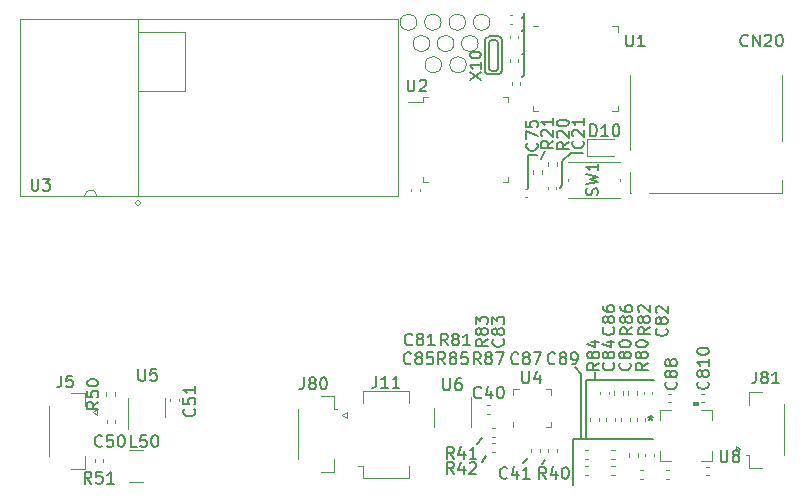
<source format=gbr>
%TF.GenerationSoftware,KiCad,Pcbnew,(6.0.0)*%
%TF.CreationDate,2022-04-23T22:24:28+01:00*%
%TF.ProjectId,main,6d61696e-2e6b-4696-9361-645f70636258,rev?*%
%TF.SameCoordinates,Original*%
%TF.FileFunction,Legend,Top*%
%TF.FilePolarity,Positive*%
%FSLAX46Y46*%
G04 Gerber Fmt 4.6, Leading zero omitted, Abs format (unit mm)*
G04 Created by KiCad (PCBNEW (6.0.0)) date 2022-04-23 22:24:28*
%MOMM*%
%LPD*%
G01*
G04 APERTURE LIST*
%ADD10C,0.150000*%
%ADD11C,0.120000*%
%ADD12C,0.100000*%
%ADD13C,0.127000*%
G04 APERTURE END LIST*
D10*
X112900000Y-116100000D02*
X112900000Y-111100000D01*
X107600000Y-118100000D02*
X108000000Y-117700000D01*
X108000000Y-92000000D02*
X108000000Y-94800000D01*
X112900000Y-111100000D02*
X118700000Y-111100000D01*
X111800000Y-116100000D02*
X112700000Y-116100000D01*
X107700000Y-80300000D02*
X107500000Y-80400000D01*
X112700000Y-116100000D02*
X118600000Y-116100000D01*
X111800000Y-117200000D02*
X111800000Y-116100000D01*
X109500000Y-91700000D02*
X109100000Y-92400000D01*
X111700000Y-91850000D02*
X112700000Y-91850000D01*
X113700000Y-110400000D02*
X113700000Y-111100000D01*
X108000000Y-92000000D02*
X108800000Y-92000000D01*
X111800000Y-120000000D02*
X111800000Y-117200000D01*
X104100000Y-118000000D02*
X104500000Y-117500000D01*
X109200000Y-118200000D02*
X109500000Y-117900000D01*
X112500000Y-116100000D02*
X112500000Y-110600000D01*
X110900000Y-94600000D02*
X110700000Y-94800000D01*
X103700000Y-116500000D02*
X104100000Y-116000000D01*
X112500000Y-110600000D02*
X112000000Y-110000000D01*
X107700000Y-83400000D02*
X107500000Y-83500000D01*
X110900000Y-94600000D02*
X110900000Y-92550000D01*
X107700000Y-81400000D02*
X107500000Y-81500000D01*
X107700000Y-85300000D02*
X107500000Y-85400000D01*
X107700000Y-80000000D02*
X107700000Y-85300000D01*
X110900000Y-92550000D02*
X111700000Y-91850000D01*
%TO.C,R20*%
X111452380Y-90942857D02*
X110976190Y-91276190D01*
X111452380Y-91514285D02*
X110452380Y-91514285D01*
X110452380Y-91133333D01*
X110500000Y-91038095D01*
X110547619Y-90990476D01*
X110642857Y-90942857D01*
X110785714Y-90942857D01*
X110880952Y-90990476D01*
X110928571Y-91038095D01*
X110976190Y-91133333D01*
X110976190Y-91514285D01*
X110547619Y-90561904D02*
X110500000Y-90514285D01*
X110452380Y-90419047D01*
X110452380Y-90180952D01*
X110500000Y-90085714D01*
X110547619Y-90038095D01*
X110642857Y-89990476D01*
X110738095Y-89990476D01*
X110880952Y-90038095D01*
X111452380Y-90609523D01*
X111452380Y-89990476D01*
X110452380Y-89371428D02*
X110452380Y-89276190D01*
X110500000Y-89180952D01*
X110547619Y-89133333D01*
X110642857Y-89085714D01*
X110833333Y-89038095D01*
X111071428Y-89038095D01*
X111261904Y-89085714D01*
X111357142Y-89133333D01*
X111404761Y-89180952D01*
X111452380Y-89276190D01*
X111452380Y-89371428D01*
X111404761Y-89466666D01*
X111357142Y-89514285D01*
X111261904Y-89561904D01*
X111071428Y-89609523D01*
X110833333Y-89609523D01*
X110642857Y-89561904D01*
X110547619Y-89514285D01*
X110500000Y-89466666D01*
X110452380Y-89371428D01*
%TO.C,R51*%
X71057142Y-119852380D02*
X70723809Y-119376190D01*
X70485714Y-119852380D02*
X70485714Y-118852380D01*
X70866666Y-118852380D01*
X70961904Y-118900000D01*
X71009523Y-118947619D01*
X71057142Y-119042857D01*
X71057142Y-119185714D01*
X71009523Y-119280952D01*
X70961904Y-119328571D01*
X70866666Y-119376190D01*
X70485714Y-119376190D01*
X71961904Y-118852380D02*
X71485714Y-118852380D01*
X71438095Y-119328571D01*
X71485714Y-119280952D01*
X71580952Y-119233333D01*
X71819047Y-119233333D01*
X71914285Y-119280952D01*
X71961904Y-119328571D01*
X72009523Y-119423809D01*
X72009523Y-119661904D01*
X71961904Y-119757142D01*
X71914285Y-119804761D01*
X71819047Y-119852380D01*
X71580952Y-119852380D01*
X71485714Y-119804761D01*
X71438095Y-119757142D01*
X72961904Y-119852380D02*
X72390476Y-119852380D01*
X72676190Y-119852380D02*
X72676190Y-118852380D01*
X72580952Y-118995238D01*
X72485714Y-119090476D01*
X72390476Y-119138095D01*
%TO.C,C86*%
X115246730Y-106642857D02*
X115294349Y-106690476D01*
X115341968Y-106833333D01*
X115341968Y-106928571D01*
X115294349Y-107071428D01*
X115199111Y-107166666D01*
X115103873Y-107214285D01*
X114913397Y-107261904D01*
X114770540Y-107261904D01*
X114580064Y-107214285D01*
X114484826Y-107166666D01*
X114389588Y-107071428D01*
X114341968Y-106928571D01*
X114341968Y-106833333D01*
X114389588Y-106690476D01*
X114437207Y-106642857D01*
X114770540Y-106071428D02*
X114722921Y-106166666D01*
X114675302Y-106214285D01*
X114580064Y-106261904D01*
X114532445Y-106261904D01*
X114437207Y-106214285D01*
X114389588Y-106166666D01*
X114341968Y-106071428D01*
X114341968Y-105880952D01*
X114389588Y-105785714D01*
X114437207Y-105738095D01*
X114532445Y-105690476D01*
X114580064Y-105690476D01*
X114675302Y-105738095D01*
X114722921Y-105785714D01*
X114770540Y-105880952D01*
X114770540Y-106071428D01*
X114818159Y-106166666D01*
X114865778Y-106214285D01*
X114961016Y-106261904D01*
X115151492Y-106261904D01*
X115246730Y-106214285D01*
X115294349Y-106166666D01*
X115341968Y-106071428D01*
X115341968Y-105880952D01*
X115294349Y-105785714D01*
X115246730Y-105738095D01*
X115151492Y-105690476D01*
X114961016Y-105690476D01*
X114865778Y-105738095D01*
X114818159Y-105785714D01*
X114770540Y-105880952D01*
X114341968Y-104833333D02*
X114341968Y-105023809D01*
X114389588Y-105119047D01*
X114437207Y-105166666D01*
X114580064Y-105261904D01*
X114770540Y-105309523D01*
X115151492Y-105309523D01*
X115246730Y-105261904D01*
X115294349Y-105214285D01*
X115341968Y-105119047D01*
X115341968Y-104928571D01*
X115294349Y-104833333D01*
X115246730Y-104785714D01*
X115151492Y-104738095D01*
X114913397Y-104738095D01*
X114818159Y-104785714D01*
X114770540Y-104833333D01*
X114722921Y-104928571D01*
X114722921Y-105119047D01*
X114770540Y-105214285D01*
X114818159Y-105261904D01*
X114913397Y-105309523D01*
%TO.C,C80*%
X116646730Y-109642857D02*
X116694349Y-109690476D01*
X116741968Y-109833333D01*
X116741968Y-109928571D01*
X116694349Y-110071428D01*
X116599111Y-110166666D01*
X116503873Y-110214285D01*
X116313397Y-110261904D01*
X116170540Y-110261904D01*
X115980064Y-110214285D01*
X115884826Y-110166666D01*
X115789588Y-110071428D01*
X115741968Y-109928571D01*
X115741968Y-109833333D01*
X115789588Y-109690476D01*
X115837207Y-109642857D01*
X116170540Y-109071428D02*
X116122921Y-109166666D01*
X116075302Y-109214285D01*
X115980064Y-109261904D01*
X115932445Y-109261904D01*
X115837207Y-109214285D01*
X115789588Y-109166666D01*
X115741968Y-109071428D01*
X115741968Y-108880952D01*
X115789588Y-108785714D01*
X115837207Y-108738095D01*
X115932445Y-108690476D01*
X115980064Y-108690476D01*
X116075302Y-108738095D01*
X116122921Y-108785714D01*
X116170540Y-108880952D01*
X116170540Y-109071428D01*
X116218159Y-109166666D01*
X116265778Y-109214285D01*
X116361016Y-109261904D01*
X116551492Y-109261904D01*
X116646730Y-109214285D01*
X116694349Y-109166666D01*
X116741968Y-109071428D01*
X116741968Y-108880952D01*
X116694349Y-108785714D01*
X116646730Y-108738095D01*
X116551492Y-108690476D01*
X116361016Y-108690476D01*
X116265778Y-108738095D01*
X116218159Y-108785714D01*
X116170540Y-108880952D01*
X115741968Y-108071428D02*
X115741968Y-107976190D01*
X115789588Y-107880952D01*
X115837207Y-107833333D01*
X115932445Y-107785714D01*
X116122921Y-107738095D01*
X116361016Y-107738095D01*
X116551492Y-107785714D01*
X116646730Y-107833333D01*
X116694349Y-107880952D01*
X116741968Y-107976190D01*
X116741968Y-108071428D01*
X116694349Y-108166666D01*
X116646730Y-108214285D01*
X116551492Y-108261904D01*
X116361016Y-108309523D01*
X116122921Y-108309523D01*
X115932445Y-108261904D01*
X115837207Y-108214285D01*
X115789588Y-108166666D01*
X115741968Y-108071428D01*
%TO.C,J5*%
X68496666Y-110712380D02*
X68496666Y-111426666D01*
X68449047Y-111569523D01*
X68353809Y-111664761D01*
X68210952Y-111712380D01*
X68115714Y-111712380D01*
X69449047Y-110712380D02*
X68972857Y-110712380D01*
X68925238Y-111188571D01*
X68972857Y-111140952D01*
X69068095Y-111093333D01*
X69306190Y-111093333D01*
X69401428Y-111140952D01*
X69449047Y-111188571D01*
X69496666Y-111283809D01*
X69496666Y-111521904D01*
X69449047Y-111617142D01*
X69401428Y-111664761D01*
X69306190Y-111712380D01*
X69068095Y-111712380D01*
X68972857Y-111664761D01*
X68925238Y-111617142D01*
%TO.C,C75*%
X108757142Y-91042857D02*
X108804761Y-91090476D01*
X108852380Y-91233333D01*
X108852380Y-91328571D01*
X108804761Y-91471428D01*
X108709523Y-91566666D01*
X108614285Y-91614285D01*
X108423809Y-91661904D01*
X108280952Y-91661904D01*
X108090476Y-91614285D01*
X107995238Y-91566666D01*
X107900000Y-91471428D01*
X107852380Y-91328571D01*
X107852380Y-91233333D01*
X107900000Y-91090476D01*
X107947619Y-91042857D01*
X107852380Y-90709523D02*
X107852380Y-90042857D01*
X108852380Y-90471428D01*
X107852380Y-89185714D02*
X107852380Y-89661904D01*
X108328571Y-89709523D01*
X108280952Y-89661904D01*
X108233333Y-89566666D01*
X108233333Y-89328571D01*
X108280952Y-89233333D01*
X108328571Y-89185714D01*
X108423809Y-89138095D01*
X108661904Y-89138095D01*
X108757142Y-89185714D01*
X108804761Y-89233333D01*
X108852380Y-89328571D01*
X108852380Y-89566666D01*
X108804761Y-89661904D01*
X108757142Y-89709523D01*
%TO.C,J11*%
X95190476Y-110752380D02*
X95190476Y-111466666D01*
X95142857Y-111609523D01*
X95047619Y-111704761D01*
X94904761Y-111752380D01*
X94809523Y-111752380D01*
X96190476Y-111752380D02*
X95619047Y-111752380D01*
X95904761Y-111752380D02*
X95904761Y-110752380D01*
X95809523Y-110895238D01*
X95714285Y-110990476D01*
X95619047Y-111038095D01*
X97142857Y-111752380D02*
X96571428Y-111752380D01*
X96857142Y-111752380D02*
X96857142Y-110752380D01*
X96761904Y-110895238D01*
X96666666Y-110990476D01*
X96571428Y-111038095D01*
%TO.C,R80*%
X118141968Y-109642857D02*
X117665778Y-109976190D01*
X118141968Y-110214285D02*
X117141968Y-110214285D01*
X117141968Y-109833333D01*
X117189588Y-109738095D01*
X117237207Y-109690476D01*
X117332445Y-109642857D01*
X117475302Y-109642857D01*
X117570540Y-109690476D01*
X117618159Y-109738095D01*
X117665778Y-109833333D01*
X117665778Y-110214285D01*
X117570540Y-109071428D02*
X117522921Y-109166666D01*
X117475302Y-109214285D01*
X117380064Y-109261904D01*
X117332445Y-109261904D01*
X117237207Y-109214285D01*
X117189588Y-109166666D01*
X117141968Y-109071428D01*
X117141968Y-108880952D01*
X117189588Y-108785714D01*
X117237207Y-108738095D01*
X117332445Y-108690476D01*
X117380064Y-108690476D01*
X117475302Y-108738095D01*
X117522921Y-108785714D01*
X117570540Y-108880952D01*
X117570540Y-109071428D01*
X117618159Y-109166666D01*
X117665778Y-109214285D01*
X117761016Y-109261904D01*
X117951492Y-109261904D01*
X118046730Y-109214285D01*
X118094349Y-109166666D01*
X118141968Y-109071428D01*
X118141968Y-108880952D01*
X118094349Y-108785714D01*
X118046730Y-108738095D01*
X117951492Y-108690476D01*
X117761016Y-108690476D01*
X117665778Y-108738095D01*
X117618159Y-108785714D01*
X117570540Y-108880952D01*
X117141968Y-108071428D02*
X117141968Y-107976190D01*
X117189588Y-107880952D01*
X117237207Y-107833333D01*
X117332445Y-107785714D01*
X117522921Y-107738095D01*
X117761016Y-107738095D01*
X117951492Y-107785714D01*
X118046730Y-107833333D01*
X118094349Y-107880952D01*
X118141968Y-107976190D01*
X118141968Y-108071428D01*
X118094349Y-108166666D01*
X118046730Y-108214285D01*
X117951492Y-108261904D01*
X117761016Y-108309523D01*
X117522921Y-108309523D01*
X117332445Y-108261904D01*
X117237207Y-108214285D01*
X117189588Y-108166666D01*
X117141968Y-108071428D01*
%TO.C,R42*%
X101757142Y-119052380D02*
X101423809Y-118576190D01*
X101185714Y-119052380D02*
X101185714Y-118052380D01*
X101566666Y-118052380D01*
X101661904Y-118100000D01*
X101709523Y-118147619D01*
X101757142Y-118242857D01*
X101757142Y-118385714D01*
X101709523Y-118480952D01*
X101661904Y-118528571D01*
X101566666Y-118576190D01*
X101185714Y-118576190D01*
X102614285Y-118385714D02*
X102614285Y-119052380D01*
X102376190Y-118004761D02*
X102138095Y-118719047D01*
X102757142Y-118719047D01*
X103090476Y-118147619D02*
X103138095Y-118100000D01*
X103233333Y-118052380D01*
X103471428Y-118052380D01*
X103566666Y-118100000D01*
X103614285Y-118147619D01*
X103661904Y-118242857D01*
X103661904Y-118338095D01*
X103614285Y-118480952D01*
X103042857Y-119052380D01*
X103661904Y-119052380D01*
%TO.C,U3*%
X65988095Y-94052380D02*
X65988095Y-94861904D01*
X66035714Y-94957142D01*
X66083333Y-95004761D01*
X66178571Y-95052380D01*
X66369047Y-95052380D01*
X66464285Y-95004761D01*
X66511904Y-94957142D01*
X66559523Y-94861904D01*
X66559523Y-94052380D01*
X66940476Y-94052380D02*
X67559523Y-94052380D01*
X67226190Y-94433333D01*
X67369047Y-94433333D01*
X67464285Y-94480952D01*
X67511904Y-94528571D01*
X67559523Y-94623809D01*
X67559523Y-94861904D01*
X67511904Y-94957142D01*
X67464285Y-95004761D01*
X67369047Y-95052380D01*
X67083333Y-95052380D01*
X66988095Y-95004761D01*
X66940476Y-94957142D01*
%TO.C,CN20*%
X126633333Y-82757142D02*
X126585714Y-82804761D01*
X126442857Y-82852380D01*
X126347619Y-82852380D01*
X126204761Y-82804761D01*
X126109523Y-82709523D01*
X126061904Y-82614285D01*
X126014285Y-82423809D01*
X126014285Y-82280952D01*
X126061904Y-82090476D01*
X126109523Y-81995238D01*
X126204761Y-81900000D01*
X126347619Y-81852380D01*
X126442857Y-81852380D01*
X126585714Y-81900000D01*
X126633333Y-81947619D01*
X127061904Y-82852380D02*
X127061904Y-81852380D01*
X127633333Y-82852380D01*
X127633333Y-81852380D01*
X128061904Y-81947619D02*
X128109523Y-81900000D01*
X128204761Y-81852380D01*
X128442857Y-81852380D01*
X128538095Y-81900000D01*
X128585714Y-81947619D01*
X128633333Y-82042857D01*
X128633333Y-82138095D01*
X128585714Y-82280952D01*
X128014285Y-82852380D01*
X128633333Y-82852380D01*
X129252380Y-81852380D02*
X129347619Y-81852380D01*
X129442857Y-81900000D01*
X129490476Y-81947619D01*
X129538095Y-82042857D01*
X129585714Y-82233333D01*
X129585714Y-82471428D01*
X129538095Y-82661904D01*
X129490476Y-82757142D01*
X129442857Y-82804761D01*
X129347619Y-82852380D01*
X129252380Y-82852380D01*
X129157142Y-82804761D01*
X129109523Y-82757142D01*
X129061904Y-82661904D01*
X129014285Y-82471428D01*
X129014285Y-82233333D01*
X129061904Y-82042857D01*
X129109523Y-81947619D01*
X129157142Y-81900000D01*
X129252380Y-81852380D01*
%TO.C,R41*%
X101757142Y-117752380D02*
X101423809Y-117276190D01*
X101185714Y-117752380D02*
X101185714Y-116752380D01*
X101566666Y-116752380D01*
X101661904Y-116800000D01*
X101709523Y-116847619D01*
X101757142Y-116942857D01*
X101757142Y-117085714D01*
X101709523Y-117180952D01*
X101661904Y-117228571D01*
X101566666Y-117276190D01*
X101185714Y-117276190D01*
X102614285Y-117085714D02*
X102614285Y-117752380D01*
X102376190Y-116704761D02*
X102138095Y-117419047D01*
X102757142Y-117419047D01*
X103661904Y-117752380D02*
X103090476Y-117752380D01*
X103376190Y-117752380D02*
X103376190Y-116752380D01*
X103280952Y-116895238D01*
X103185714Y-116990476D01*
X103090476Y-117038095D01*
%TO.C,L50*%
X74907142Y-116752380D02*
X74430952Y-116752380D01*
X74430952Y-115752380D01*
X75716666Y-115752380D02*
X75240476Y-115752380D01*
X75192857Y-116228571D01*
X75240476Y-116180952D01*
X75335714Y-116133333D01*
X75573809Y-116133333D01*
X75669047Y-116180952D01*
X75716666Y-116228571D01*
X75764285Y-116323809D01*
X75764285Y-116561904D01*
X75716666Y-116657142D01*
X75669047Y-116704761D01*
X75573809Y-116752380D01*
X75335714Y-116752380D01*
X75240476Y-116704761D01*
X75192857Y-116657142D01*
X76383333Y-115752380D02*
X76478571Y-115752380D01*
X76573809Y-115800000D01*
X76621428Y-115847619D01*
X76669047Y-115942857D01*
X76716666Y-116133333D01*
X76716666Y-116371428D01*
X76669047Y-116561904D01*
X76621428Y-116657142D01*
X76573809Y-116704761D01*
X76478571Y-116752380D01*
X76383333Y-116752380D01*
X76288095Y-116704761D01*
X76240476Y-116657142D01*
X76192857Y-116561904D01*
X76145238Y-116371428D01*
X76145238Y-116133333D01*
X76192857Y-115942857D01*
X76240476Y-115847619D01*
X76288095Y-115800000D01*
X76383333Y-115752380D01*
%TO.C,C85*%
X98112963Y-109657142D02*
X98065344Y-109704761D01*
X97922487Y-109752380D01*
X97827249Y-109752380D01*
X97684392Y-109704761D01*
X97589154Y-109609523D01*
X97541535Y-109514285D01*
X97493916Y-109323809D01*
X97493916Y-109180952D01*
X97541535Y-108990476D01*
X97589154Y-108895238D01*
X97684392Y-108800000D01*
X97827249Y-108752380D01*
X97922487Y-108752380D01*
X98065344Y-108800000D01*
X98112963Y-108847619D01*
X98684392Y-109180952D02*
X98589154Y-109133333D01*
X98541535Y-109085714D01*
X98493916Y-108990476D01*
X98493916Y-108942857D01*
X98541535Y-108847619D01*
X98589154Y-108800000D01*
X98684392Y-108752380D01*
X98874868Y-108752380D01*
X98970106Y-108800000D01*
X99017725Y-108847619D01*
X99065344Y-108942857D01*
X99065344Y-108990476D01*
X99017725Y-109085714D01*
X98970106Y-109133333D01*
X98874868Y-109180952D01*
X98684392Y-109180952D01*
X98589154Y-109228571D01*
X98541535Y-109276190D01*
X98493916Y-109371428D01*
X98493916Y-109561904D01*
X98541535Y-109657142D01*
X98589154Y-109704761D01*
X98684392Y-109752380D01*
X98874868Y-109752380D01*
X98970106Y-109704761D01*
X99017725Y-109657142D01*
X99065344Y-109561904D01*
X99065344Y-109371428D01*
X99017725Y-109276190D01*
X98970106Y-109228571D01*
X98874868Y-109180952D01*
X99970106Y-108752380D02*
X99493916Y-108752380D01*
X99446297Y-109228571D01*
X99493916Y-109180952D01*
X99589154Y-109133333D01*
X99827249Y-109133333D01*
X99922487Y-109180952D01*
X99970106Y-109228571D01*
X100017725Y-109323809D01*
X100017725Y-109561904D01*
X99970106Y-109657142D01*
X99922487Y-109704761D01*
X99827249Y-109752380D01*
X99589154Y-109752380D01*
X99493916Y-109704761D01*
X99446297Y-109657142D01*
%TO.C,C83*%
X105912963Y-107642857D02*
X105960582Y-107690476D01*
X106008201Y-107833333D01*
X106008201Y-107928571D01*
X105960582Y-108071428D01*
X105865344Y-108166666D01*
X105770106Y-108214285D01*
X105579630Y-108261904D01*
X105436773Y-108261904D01*
X105246297Y-108214285D01*
X105151059Y-108166666D01*
X105055821Y-108071428D01*
X105008201Y-107928571D01*
X105008201Y-107833333D01*
X105055821Y-107690476D01*
X105103440Y-107642857D01*
X105436773Y-107071428D02*
X105389154Y-107166666D01*
X105341535Y-107214285D01*
X105246297Y-107261904D01*
X105198678Y-107261904D01*
X105103440Y-107214285D01*
X105055821Y-107166666D01*
X105008201Y-107071428D01*
X105008201Y-106880952D01*
X105055821Y-106785714D01*
X105103440Y-106738095D01*
X105198678Y-106690476D01*
X105246297Y-106690476D01*
X105341535Y-106738095D01*
X105389154Y-106785714D01*
X105436773Y-106880952D01*
X105436773Y-107071428D01*
X105484392Y-107166666D01*
X105532011Y-107214285D01*
X105627249Y-107261904D01*
X105817725Y-107261904D01*
X105912963Y-107214285D01*
X105960582Y-107166666D01*
X106008201Y-107071428D01*
X106008201Y-106880952D01*
X105960582Y-106785714D01*
X105912963Y-106738095D01*
X105817725Y-106690476D01*
X105627249Y-106690476D01*
X105532011Y-106738095D01*
X105484392Y-106785714D01*
X105436773Y-106880952D01*
X105008201Y-106357142D02*
X105008201Y-105738095D01*
X105389154Y-106071428D01*
X105389154Y-105928571D01*
X105436773Y-105833333D01*
X105484392Y-105785714D01*
X105579630Y-105738095D01*
X105817725Y-105738095D01*
X105912963Y-105785714D01*
X105960582Y-105833333D01*
X106008201Y-105928571D01*
X106008201Y-106214285D01*
X105960582Y-106309523D01*
X105912963Y-106357142D01*
%TO.C,R21*%
X110152380Y-90842857D02*
X109676190Y-91176190D01*
X110152380Y-91414285D02*
X109152380Y-91414285D01*
X109152380Y-91033333D01*
X109200000Y-90938095D01*
X109247619Y-90890476D01*
X109342857Y-90842857D01*
X109485714Y-90842857D01*
X109580952Y-90890476D01*
X109628571Y-90938095D01*
X109676190Y-91033333D01*
X109676190Y-91414285D01*
X109247619Y-90461904D02*
X109200000Y-90414285D01*
X109152380Y-90319047D01*
X109152380Y-90080952D01*
X109200000Y-89985714D01*
X109247619Y-89938095D01*
X109342857Y-89890476D01*
X109438095Y-89890476D01*
X109580952Y-89938095D01*
X110152380Y-90509523D01*
X110152380Y-89890476D01*
X110152380Y-88938095D02*
X110152380Y-89509523D01*
X110152380Y-89223809D02*
X109152380Y-89223809D01*
X109295238Y-89319047D01*
X109390476Y-89414285D01*
X109438095Y-89509523D01*
%TO.C,J80*%
X89050476Y-110872380D02*
X89050476Y-111586666D01*
X89002857Y-111729523D01*
X88907619Y-111824761D01*
X88764761Y-111872380D01*
X88669523Y-111872380D01*
X89669523Y-111300952D02*
X89574285Y-111253333D01*
X89526666Y-111205714D01*
X89479047Y-111110476D01*
X89479047Y-111062857D01*
X89526666Y-110967619D01*
X89574285Y-110920000D01*
X89669523Y-110872380D01*
X89860000Y-110872380D01*
X89955238Y-110920000D01*
X90002857Y-110967619D01*
X90050476Y-111062857D01*
X90050476Y-111110476D01*
X90002857Y-111205714D01*
X89955238Y-111253333D01*
X89860000Y-111300952D01*
X89669523Y-111300952D01*
X89574285Y-111348571D01*
X89526666Y-111396190D01*
X89479047Y-111491428D01*
X89479047Y-111681904D01*
X89526666Y-111777142D01*
X89574285Y-111824761D01*
X89669523Y-111872380D01*
X89860000Y-111872380D01*
X89955238Y-111824761D01*
X90002857Y-111777142D01*
X90050476Y-111681904D01*
X90050476Y-111491428D01*
X90002857Y-111396190D01*
X89955238Y-111348571D01*
X89860000Y-111300952D01*
X90669523Y-110872380D02*
X90764761Y-110872380D01*
X90860000Y-110920000D01*
X90907619Y-110967619D01*
X90955238Y-111062857D01*
X91002857Y-111253333D01*
X91002857Y-111491428D01*
X90955238Y-111681904D01*
X90907619Y-111777142D01*
X90860000Y-111824761D01*
X90764761Y-111872380D01*
X90669523Y-111872380D01*
X90574285Y-111824761D01*
X90526666Y-111777142D01*
X90479047Y-111681904D01*
X90431428Y-111491428D01*
X90431428Y-111253333D01*
X90479047Y-111062857D01*
X90526666Y-110967619D01*
X90574285Y-110920000D01*
X90669523Y-110872380D01*
%TO.C,R82*%
X118341968Y-106642857D02*
X117865778Y-106976190D01*
X118341968Y-107214285D02*
X117341968Y-107214285D01*
X117341968Y-106833333D01*
X117389588Y-106738095D01*
X117437207Y-106690476D01*
X117532445Y-106642857D01*
X117675302Y-106642857D01*
X117770540Y-106690476D01*
X117818159Y-106738095D01*
X117865778Y-106833333D01*
X117865778Y-107214285D01*
X117770540Y-106071428D02*
X117722921Y-106166666D01*
X117675302Y-106214285D01*
X117580064Y-106261904D01*
X117532445Y-106261904D01*
X117437207Y-106214285D01*
X117389588Y-106166666D01*
X117341968Y-106071428D01*
X117341968Y-105880952D01*
X117389588Y-105785714D01*
X117437207Y-105738095D01*
X117532445Y-105690476D01*
X117580064Y-105690476D01*
X117675302Y-105738095D01*
X117722921Y-105785714D01*
X117770540Y-105880952D01*
X117770540Y-106071428D01*
X117818159Y-106166666D01*
X117865778Y-106214285D01*
X117961016Y-106261904D01*
X118151492Y-106261904D01*
X118246730Y-106214285D01*
X118294349Y-106166666D01*
X118341968Y-106071428D01*
X118341968Y-105880952D01*
X118294349Y-105785714D01*
X118246730Y-105738095D01*
X118151492Y-105690476D01*
X117961016Y-105690476D01*
X117865778Y-105738095D01*
X117818159Y-105785714D01*
X117770540Y-105880952D01*
X117437207Y-105309523D02*
X117389588Y-105261904D01*
X117341968Y-105166666D01*
X117341968Y-104928571D01*
X117389588Y-104833333D01*
X117437207Y-104785714D01*
X117532445Y-104738095D01*
X117627683Y-104738095D01*
X117770540Y-104785714D01*
X118341968Y-105357142D01*
X118341968Y-104738095D01*
%TO.C,R87*%
X104012963Y-109752380D02*
X103679630Y-109276190D01*
X103441535Y-109752380D02*
X103441535Y-108752380D01*
X103822487Y-108752380D01*
X103917725Y-108800000D01*
X103965344Y-108847619D01*
X104012963Y-108942857D01*
X104012963Y-109085714D01*
X103965344Y-109180952D01*
X103917725Y-109228571D01*
X103822487Y-109276190D01*
X103441535Y-109276190D01*
X104584392Y-109180952D02*
X104489154Y-109133333D01*
X104441535Y-109085714D01*
X104393916Y-108990476D01*
X104393916Y-108942857D01*
X104441535Y-108847619D01*
X104489154Y-108800000D01*
X104584392Y-108752380D01*
X104774868Y-108752380D01*
X104870106Y-108800000D01*
X104917725Y-108847619D01*
X104965344Y-108942857D01*
X104965344Y-108990476D01*
X104917725Y-109085714D01*
X104870106Y-109133333D01*
X104774868Y-109180952D01*
X104584392Y-109180952D01*
X104489154Y-109228571D01*
X104441535Y-109276190D01*
X104393916Y-109371428D01*
X104393916Y-109561904D01*
X104441535Y-109657142D01*
X104489154Y-109704761D01*
X104584392Y-109752380D01*
X104774868Y-109752380D01*
X104870106Y-109704761D01*
X104917725Y-109657142D01*
X104965344Y-109561904D01*
X104965344Y-109371428D01*
X104917725Y-109276190D01*
X104870106Y-109228571D01*
X104774868Y-109180952D01*
X105298678Y-108752380D02*
X105965344Y-108752380D01*
X105536773Y-109752380D01*
%TO.C,U8*%
X124338095Y-117052380D02*
X124338095Y-117861904D01*
X124385714Y-117957142D01*
X124433333Y-118004761D01*
X124528571Y-118052380D01*
X124719047Y-118052380D01*
X124814285Y-118004761D01*
X124861904Y-117957142D01*
X124909523Y-117861904D01*
X124909523Y-117052380D01*
X125528571Y-117480952D02*
X125433333Y-117433333D01*
X125385714Y-117385714D01*
X125338095Y-117290476D01*
X125338095Y-117242857D01*
X125385714Y-117147619D01*
X125433333Y-117100000D01*
X125528571Y-117052380D01*
X125719047Y-117052380D01*
X125814285Y-117100000D01*
X125861904Y-117147619D01*
X125909523Y-117242857D01*
X125909523Y-117290476D01*
X125861904Y-117385714D01*
X125814285Y-117433333D01*
X125719047Y-117480952D01*
X125528571Y-117480952D01*
X125433333Y-117528571D01*
X125385714Y-117576190D01*
X125338095Y-117671428D01*
X125338095Y-117861904D01*
X125385714Y-117957142D01*
X125433333Y-118004761D01*
X125528571Y-118052380D01*
X125719047Y-118052380D01*
X125814285Y-118004761D01*
X125861904Y-117957142D01*
X125909523Y-117861904D01*
X125909523Y-117671428D01*
X125861904Y-117576190D01*
X125814285Y-117528571D01*
X125719047Y-117480952D01*
X118405088Y-114052380D02*
X118405088Y-114290476D01*
X118166992Y-114195238D02*
X118405088Y-114290476D01*
X118643183Y-114195238D01*
X118262230Y-114480952D02*
X118405088Y-114290476D01*
X118547945Y-114480952D01*
X118405088Y-114052380D02*
X118405088Y-114290476D01*
X118166992Y-114195238D02*
X118405088Y-114290476D01*
X118643183Y-114195238D01*
X118262230Y-114480952D02*
X118405088Y-114290476D01*
X118547945Y-114480952D01*
%TO.C,SW1*%
X113904761Y-95433333D02*
X113952380Y-95290476D01*
X113952380Y-95052380D01*
X113904761Y-94957142D01*
X113857142Y-94909523D01*
X113761904Y-94861904D01*
X113666666Y-94861904D01*
X113571428Y-94909523D01*
X113523809Y-94957142D01*
X113476190Y-95052380D01*
X113428571Y-95242857D01*
X113380952Y-95338095D01*
X113333333Y-95385714D01*
X113238095Y-95433333D01*
X113142857Y-95433333D01*
X113047619Y-95385714D01*
X113000000Y-95338095D01*
X112952380Y-95242857D01*
X112952380Y-95004761D01*
X113000000Y-94861904D01*
X112952380Y-94528571D02*
X113952380Y-94290476D01*
X113238095Y-94100000D01*
X113952380Y-93909523D01*
X112952380Y-93671428D01*
X113952380Y-92766666D02*
X113952380Y-93338095D01*
X113952380Y-93052380D02*
X112952380Y-93052380D01*
X113095238Y-93147619D01*
X113190476Y-93242857D01*
X113238095Y-93338095D01*
%TO.C,U6*%
X100838095Y-110952380D02*
X100838095Y-111761904D01*
X100885714Y-111857142D01*
X100933333Y-111904761D01*
X101028571Y-111952380D01*
X101219047Y-111952380D01*
X101314285Y-111904761D01*
X101361904Y-111857142D01*
X101409523Y-111761904D01*
X101409523Y-110952380D01*
X102314285Y-110952380D02*
X102123809Y-110952380D01*
X102028571Y-111000000D01*
X101980952Y-111047619D01*
X101885714Y-111190476D01*
X101838095Y-111380952D01*
X101838095Y-111761904D01*
X101885714Y-111857142D01*
X101933333Y-111904761D01*
X102028571Y-111952380D01*
X102219047Y-111952380D01*
X102314285Y-111904761D01*
X102361904Y-111857142D01*
X102409523Y-111761904D01*
X102409523Y-111523809D01*
X102361904Y-111428571D01*
X102314285Y-111380952D01*
X102219047Y-111333333D01*
X102028571Y-111333333D01*
X101933333Y-111380952D01*
X101885714Y-111428571D01*
X101838095Y-111523809D01*
%TO.C,R84*%
X114041968Y-109642857D02*
X113565778Y-109976190D01*
X114041968Y-110214285D02*
X113041968Y-110214285D01*
X113041968Y-109833333D01*
X113089588Y-109738095D01*
X113137207Y-109690476D01*
X113232445Y-109642857D01*
X113375302Y-109642857D01*
X113470540Y-109690476D01*
X113518159Y-109738095D01*
X113565778Y-109833333D01*
X113565778Y-110214285D01*
X113470540Y-109071428D02*
X113422921Y-109166666D01*
X113375302Y-109214285D01*
X113280064Y-109261904D01*
X113232445Y-109261904D01*
X113137207Y-109214285D01*
X113089588Y-109166666D01*
X113041968Y-109071428D01*
X113041968Y-108880952D01*
X113089588Y-108785714D01*
X113137207Y-108738095D01*
X113232445Y-108690476D01*
X113280064Y-108690476D01*
X113375302Y-108738095D01*
X113422921Y-108785714D01*
X113470540Y-108880952D01*
X113470540Y-109071428D01*
X113518159Y-109166666D01*
X113565778Y-109214285D01*
X113661016Y-109261904D01*
X113851492Y-109261904D01*
X113946730Y-109214285D01*
X113994349Y-109166666D01*
X114041968Y-109071428D01*
X114041968Y-108880952D01*
X113994349Y-108785714D01*
X113946730Y-108738095D01*
X113851492Y-108690476D01*
X113661016Y-108690476D01*
X113565778Y-108738095D01*
X113518159Y-108785714D01*
X113470540Y-108880952D01*
X113375302Y-107833333D02*
X114041968Y-107833333D01*
X112994349Y-108071428D02*
X113708635Y-108309523D01*
X113708635Y-107690476D01*
%TO.C,U2*%
X97838095Y-85652380D02*
X97838095Y-86461904D01*
X97885714Y-86557142D01*
X97933333Y-86604761D01*
X98028571Y-86652380D01*
X98219047Y-86652380D01*
X98314285Y-86604761D01*
X98361904Y-86557142D01*
X98409523Y-86461904D01*
X98409523Y-85652380D01*
X98838095Y-85747619D02*
X98885714Y-85700000D01*
X98980952Y-85652380D01*
X99219047Y-85652380D01*
X99314285Y-85700000D01*
X99361904Y-85747619D01*
X99409523Y-85842857D01*
X99409523Y-85938095D01*
X99361904Y-86080952D01*
X98790476Y-86652380D01*
X99409523Y-86652380D01*
%TO.C,R81*%
X101212963Y-108152380D02*
X100879630Y-107676190D01*
X100641535Y-108152380D02*
X100641535Y-107152380D01*
X101022487Y-107152380D01*
X101117725Y-107200000D01*
X101165344Y-107247619D01*
X101212963Y-107342857D01*
X101212963Y-107485714D01*
X101165344Y-107580952D01*
X101117725Y-107628571D01*
X101022487Y-107676190D01*
X100641535Y-107676190D01*
X101784392Y-107580952D02*
X101689154Y-107533333D01*
X101641535Y-107485714D01*
X101593916Y-107390476D01*
X101593916Y-107342857D01*
X101641535Y-107247619D01*
X101689154Y-107200000D01*
X101784392Y-107152380D01*
X101974868Y-107152380D01*
X102070106Y-107200000D01*
X102117725Y-107247619D01*
X102165344Y-107342857D01*
X102165344Y-107390476D01*
X102117725Y-107485714D01*
X102070106Y-107533333D01*
X101974868Y-107580952D01*
X101784392Y-107580952D01*
X101689154Y-107628571D01*
X101641535Y-107676190D01*
X101593916Y-107771428D01*
X101593916Y-107961904D01*
X101641535Y-108057142D01*
X101689154Y-108104761D01*
X101784392Y-108152380D01*
X101974868Y-108152380D01*
X102070106Y-108104761D01*
X102117725Y-108057142D01*
X102165344Y-107961904D01*
X102165344Y-107771428D01*
X102117725Y-107676190D01*
X102070106Y-107628571D01*
X101974868Y-107580952D01*
X103117725Y-108152380D02*
X102546297Y-108152380D01*
X102832011Y-108152380D02*
X102832011Y-107152380D01*
X102736773Y-107295238D01*
X102641535Y-107390476D01*
X102546297Y-107438095D01*
%TO.C,U4*%
X107538095Y-110352380D02*
X107538095Y-111161904D01*
X107585714Y-111257142D01*
X107633333Y-111304761D01*
X107728571Y-111352380D01*
X107919047Y-111352380D01*
X108014285Y-111304761D01*
X108061904Y-111257142D01*
X108109523Y-111161904D01*
X108109523Y-110352380D01*
X109014285Y-110685714D02*
X109014285Y-111352380D01*
X108776190Y-110304761D02*
X108538095Y-111019047D01*
X109157142Y-111019047D01*
%TO.C,X10*%
X103084568Y-85668039D02*
X104025790Y-85040558D01*
X103084568Y-85040558D02*
X104025790Y-85668039D01*
X104025790Y-84188976D02*
X104025790Y-84726817D01*
X104025790Y-84457897D02*
X103084568Y-84457897D01*
X103219029Y-84547537D01*
X103308669Y-84637177D01*
X103353489Y-84726817D01*
X103084568Y-83606315D02*
X103084568Y-83516675D01*
X103129389Y-83427034D01*
X103174209Y-83382214D01*
X103263849Y-83337394D01*
X103443129Y-83292574D01*
X103667230Y-83292574D01*
X103846510Y-83337394D01*
X103936150Y-83382214D01*
X103980970Y-83427034D01*
X104025790Y-83516675D01*
X104025790Y-83606315D01*
X103980970Y-83695955D01*
X103936150Y-83740775D01*
X103846510Y-83785595D01*
X103667230Y-83830415D01*
X103443129Y-83830415D01*
X103263849Y-83785595D01*
X103174209Y-83740775D01*
X103129389Y-83695955D01*
X103084568Y-83606315D01*
%TO.C,C89*%
X110312963Y-109657142D02*
X110265344Y-109704761D01*
X110122487Y-109752380D01*
X110027249Y-109752380D01*
X109884392Y-109704761D01*
X109789154Y-109609523D01*
X109741535Y-109514285D01*
X109693916Y-109323809D01*
X109693916Y-109180952D01*
X109741535Y-108990476D01*
X109789154Y-108895238D01*
X109884392Y-108800000D01*
X110027249Y-108752380D01*
X110122487Y-108752380D01*
X110265344Y-108800000D01*
X110312963Y-108847619D01*
X110884392Y-109180952D02*
X110789154Y-109133333D01*
X110741535Y-109085714D01*
X110693916Y-108990476D01*
X110693916Y-108942857D01*
X110741535Y-108847619D01*
X110789154Y-108800000D01*
X110884392Y-108752380D01*
X111074868Y-108752380D01*
X111170106Y-108800000D01*
X111217725Y-108847619D01*
X111265344Y-108942857D01*
X111265344Y-108990476D01*
X111217725Y-109085714D01*
X111170106Y-109133333D01*
X111074868Y-109180952D01*
X110884392Y-109180952D01*
X110789154Y-109228571D01*
X110741535Y-109276190D01*
X110693916Y-109371428D01*
X110693916Y-109561904D01*
X110741535Y-109657142D01*
X110789154Y-109704761D01*
X110884392Y-109752380D01*
X111074868Y-109752380D01*
X111170106Y-109704761D01*
X111217725Y-109657142D01*
X111265344Y-109561904D01*
X111265344Y-109371428D01*
X111217725Y-109276190D01*
X111170106Y-109228571D01*
X111074868Y-109180952D01*
X111741535Y-109752380D02*
X111932011Y-109752380D01*
X112027249Y-109704761D01*
X112074868Y-109657142D01*
X112170106Y-109514285D01*
X112217725Y-109323809D01*
X112217725Y-108942857D01*
X112170106Y-108847619D01*
X112122487Y-108800000D01*
X112027249Y-108752380D01*
X111836773Y-108752380D01*
X111741535Y-108800000D01*
X111693916Y-108847619D01*
X111646297Y-108942857D01*
X111646297Y-109180952D01*
X111693916Y-109276190D01*
X111741535Y-109323809D01*
X111836773Y-109371428D01*
X112027249Y-109371428D01*
X112122487Y-109323809D01*
X112170106Y-109276190D01*
X112217725Y-109180952D01*
%TO.C,C40*%
X104057142Y-112557142D02*
X104009523Y-112604761D01*
X103866666Y-112652380D01*
X103771428Y-112652380D01*
X103628571Y-112604761D01*
X103533333Y-112509523D01*
X103485714Y-112414285D01*
X103438095Y-112223809D01*
X103438095Y-112080952D01*
X103485714Y-111890476D01*
X103533333Y-111795238D01*
X103628571Y-111700000D01*
X103771428Y-111652380D01*
X103866666Y-111652380D01*
X104009523Y-111700000D01*
X104057142Y-111747619D01*
X104914285Y-111985714D02*
X104914285Y-112652380D01*
X104676190Y-111604761D02*
X104438095Y-112319047D01*
X105057142Y-112319047D01*
X105628571Y-111652380D02*
X105723809Y-111652380D01*
X105819047Y-111700000D01*
X105866666Y-111747619D01*
X105914285Y-111842857D01*
X105961904Y-112033333D01*
X105961904Y-112271428D01*
X105914285Y-112461904D01*
X105866666Y-112557142D01*
X105819047Y-112604761D01*
X105723809Y-112652380D01*
X105628571Y-112652380D01*
X105533333Y-112604761D01*
X105485714Y-112557142D01*
X105438095Y-112461904D01*
X105390476Y-112271428D01*
X105390476Y-112033333D01*
X105438095Y-111842857D01*
X105485714Y-111747619D01*
X105533333Y-111700000D01*
X105628571Y-111652380D01*
%TO.C,U5*%
X75038095Y-110152380D02*
X75038095Y-110961904D01*
X75085714Y-111057142D01*
X75133333Y-111104761D01*
X75228571Y-111152380D01*
X75419047Y-111152380D01*
X75514285Y-111104761D01*
X75561904Y-111057142D01*
X75609523Y-110961904D01*
X75609523Y-110152380D01*
X76561904Y-110152380D02*
X76085714Y-110152380D01*
X76038095Y-110628571D01*
X76085714Y-110580952D01*
X76180952Y-110533333D01*
X76419047Y-110533333D01*
X76514285Y-110580952D01*
X76561904Y-110628571D01*
X76609523Y-110723809D01*
X76609523Y-110961904D01*
X76561904Y-111057142D01*
X76514285Y-111104761D01*
X76419047Y-111152380D01*
X76180952Y-111152380D01*
X76085714Y-111104761D01*
X76038095Y-111057142D01*
%TO.C,R83*%
X104608201Y-107642857D02*
X104132011Y-107976190D01*
X104608201Y-108214285D02*
X103608201Y-108214285D01*
X103608201Y-107833333D01*
X103655821Y-107738095D01*
X103703440Y-107690476D01*
X103798678Y-107642857D01*
X103941535Y-107642857D01*
X104036773Y-107690476D01*
X104084392Y-107738095D01*
X104132011Y-107833333D01*
X104132011Y-108214285D01*
X104036773Y-107071428D02*
X103989154Y-107166666D01*
X103941535Y-107214285D01*
X103846297Y-107261904D01*
X103798678Y-107261904D01*
X103703440Y-107214285D01*
X103655821Y-107166666D01*
X103608201Y-107071428D01*
X103608201Y-106880952D01*
X103655821Y-106785714D01*
X103703440Y-106738095D01*
X103798678Y-106690476D01*
X103846297Y-106690476D01*
X103941535Y-106738095D01*
X103989154Y-106785714D01*
X104036773Y-106880952D01*
X104036773Y-107071428D01*
X104084392Y-107166666D01*
X104132011Y-107214285D01*
X104227249Y-107261904D01*
X104417725Y-107261904D01*
X104512963Y-107214285D01*
X104560582Y-107166666D01*
X104608201Y-107071428D01*
X104608201Y-106880952D01*
X104560582Y-106785714D01*
X104512963Y-106738095D01*
X104417725Y-106690476D01*
X104227249Y-106690476D01*
X104132011Y-106738095D01*
X104084392Y-106785714D01*
X104036773Y-106880952D01*
X103608201Y-106357142D02*
X103608201Y-105738095D01*
X103989154Y-106071428D01*
X103989154Y-105928571D01*
X104036773Y-105833333D01*
X104084392Y-105785714D01*
X104179630Y-105738095D01*
X104417725Y-105738095D01*
X104512963Y-105785714D01*
X104560582Y-105833333D01*
X104608201Y-105928571D01*
X104608201Y-106214285D01*
X104560582Y-106309523D01*
X104512963Y-106357142D01*
%TO.C,R40*%
X109557142Y-119452380D02*
X109223809Y-118976190D01*
X108985714Y-119452380D02*
X108985714Y-118452380D01*
X109366666Y-118452380D01*
X109461904Y-118500000D01*
X109509523Y-118547619D01*
X109557142Y-118642857D01*
X109557142Y-118785714D01*
X109509523Y-118880952D01*
X109461904Y-118928571D01*
X109366666Y-118976190D01*
X108985714Y-118976190D01*
X110414285Y-118785714D02*
X110414285Y-119452380D01*
X110176190Y-118404761D02*
X109938095Y-119119047D01*
X110557142Y-119119047D01*
X111128571Y-118452380D02*
X111223809Y-118452380D01*
X111319047Y-118500000D01*
X111366666Y-118547619D01*
X111414285Y-118642857D01*
X111461904Y-118833333D01*
X111461904Y-119071428D01*
X111414285Y-119261904D01*
X111366666Y-119357142D01*
X111319047Y-119404761D01*
X111223809Y-119452380D01*
X111128571Y-119452380D01*
X111033333Y-119404761D01*
X110985714Y-119357142D01*
X110938095Y-119261904D01*
X110890476Y-119071428D01*
X110890476Y-118833333D01*
X110938095Y-118642857D01*
X110985714Y-118547619D01*
X111033333Y-118500000D01*
X111128571Y-118452380D01*
%TO.C,C50*%
X71957142Y-116657142D02*
X71909523Y-116704761D01*
X71766666Y-116752380D01*
X71671428Y-116752380D01*
X71528571Y-116704761D01*
X71433333Y-116609523D01*
X71385714Y-116514285D01*
X71338095Y-116323809D01*
X71338095Y-116180952D01*
X71385714Y-115990476D01*
X71433333Y-115895238D01*
X71528571Y-115800000D01*
X71671428Y-115752380D01*
X71766666Y-115752380D01*
X71909523Y-115800000D01*
X71957142Y-115847619D01*
X72861904Y-115752380D02*
X72385714Y-115752380D01*
X72338095Y-116228571D01*
X72385714Y-116180952D01*
X72480952Y-116133333D01*
X72719047Y-116133333D01*
X72814285Y-116180952D01*
X72861904Y-116228571D01*
X72909523Y-116323809D01*
X72909523Y-116561904D01*
X72861904Y-116657142D01*
X72814285Y-116704761D01*
X72719047Y-116752380D01*
X72480952Y-116752380D01*
X72385714Y-116704761D01*
X72338095Y-116657142D01*
X73528571Y-115752380D02*
X73623809Y-115752380D01*
X73719047Y-115800000D01*
X73766666Y-115847619D01*
X73814285Y-115942857D01*
X73861904Y-116133333D01*
X73861904Y-116371428D01*
X73814285Y-116561904D01*
X73766666Y-116657142D01*
X73719047Y-116704761D01*
X73623809Y-116752380D01*
X73528571Y-116752380D01*
X73433333Y-116704761D01*
X73385714Y-116657142D01*
X73338095Y-116561904D01*
X73290476Y-116371428D01*
X73290476Y-116133333D01*
X73338095Y-115942857D01*
X73385714Y-115847619D01*
X73433333Y-115800000D01*
X73528571Y-115752380D01*
%TO.C,R50*%
X71652380Y-112942857D02*
X71176190Y-113276190D01*
X71652380Y-113514285D02*
X70652380Y-113514285D01*
X70652380Y-113133333D01*
X70700000Y-113038095D01*
X70747619Y-112990476D01*
X70842857Y-112942857D01*
X70985714Y-112942857D01*
X71080952Y-112990476D01*
X71128571Y-113038095D01*
X71176190Y-113133333D01*
X71176190Y-113514285D01*
X70652380Y-112038095D02*
X70652380Y-112514285D01*
X71128571Y-112561904D01*
X71080952Y-112514285D01*
X71033333Y-112419047D01*
X71033333Y-112180952D01*
X71080952Y-112085714D01*
X71128571Y-112038095D01*
X71223809Y-111990476D01*
X71461904Y-111990476D01*
X71557142Y-112038095D01*
X71604761Y-112085714D01*
X71652380Y-112180952D01*
X71652380Y-112419047D01*
X71604761Y-112514285D01*
X71557142Y-112561904D01*
X70652380Y-111371428D02*
X70652380Y-111276190D01*
X70700000Y-111180952D01*
X70747619Y-111133333D01*
X70842857Y-111085714D01*
X71033333Y-111038095D01*
X71271428Y-111038095D01*
X71461904Y-111085714D01*
X71557142Y-111133333D01*
X71604761Y-111180952D01*
X71652380Y-111276190D01*
X71652380Y-111371428D01*
X71604761Y-111466666D01*
X71557142Y-111514285D01*
X71461904Y-111561904D01*
X71271428Y-111609523D01*
X71033333Y-111609523D01*
X70842857Y-111561904D01*
X70747619Y-111514285D01*
X70700000Y-111466666D01*
X70652380Y-111371428D01*
%TO.C,C21*%
X112657142Y-90842857D02*
X112704761Y-90890476D01*
X112752380Y-91033333D01*
X112752380Y-91128571D01*
X112704761Y-91271428D01*
X112609523Y-91366666D01*
X112514285Y-91414285D01*
X112323809Y-91461904D01*
X112180952Y-91461904D01*
X111990476Y-91414285D01*
X111895238Y-91366666D01*
X111800000Y-91271428D01*
X111752380Y-91128571D01*
X111752380Y-91033333D01*
X111800000Y-90890476D01*
X111847619Y-90842857D01*
X111847619Y-90461904D02*
X111800000Y-90414285D01*
X111752380Y-90319047D01*
X111752380Y-90080952D01*
X111800000Y-89985714D01*
X111847619Y-89938095D01*
X111942857Y-89890476D01*
X112038095Y-89890476D01*
X112180952Y-89938095D01*
X112752380Y-90509523D01*
X112752380Y-89890476D01*
X112752380Y-88938095D02*
X112752380Y-89509523D01*
X112752380Y-89223809D02*
X111752380Y-89223809D01*
X111895238Y-89319047D01*
X111990476Y-89414285D01*
X112038095Y-89509523D01*
%TO.C,D10*%
X113285714Y-90447380D02*
X113285714Y-89447380D01*
X113523809Y-89447380D01*
X113666666Y-89495000D01*
X113761904Y-89590238D01*
X113809523Y-89685476D01*
X113857142Y-89875952D01*
X113857142Y-90018809D01*
X113809523Y-90209285D01*
X113761904Y-90304523D01*
X113666666Y-90399761D01*
X113523809Y-90447380D01*
X113285714Y-90447380D01*
X114809523Y-90447380D02*
X114238095Y-90447380D01*
X114523809Y-90447380D02*
X114523809Y-89447380D01*
X114428571Y-89590238D01*
X114333333Y-89685476D01*
X114238095Y-89733095D01*
X115428571Y-89447380D02*
X115523809Y-89447380D01*
X115619047Y-89495000D01*
X115666666Y-89542619D01*
X115714285Y-89637857D01*
X115761904Y-89828333D01*
X115761904Y-90066428D01*
X115714285Y-90256904D01*
X115666666Y-90352142D01*
X115619047Y-90399761D01*
X115523809Y-90447380D01*
X115428571Y-90447380D01*
X115333333Y-90399761D01*
X115285714Y-90352142D01*
X115238095Y-90256904D01*
X115190476Y-90066428D01*
X115190476Y-89828333D01*
X115238095Y-89637857D01*
X115285714Y-89542619D01*
X115333333Y-89495000D01*
X115428571Y-89447380D01*
%TO.C,C82*%
X119746730Y-106742857D02*
X119794349Y-106790476D01*
X119841968Y-106933333D01*
X119841968Y-107028571D01*
X119794349Y-107171428D01*
X119699111Y-107266666D01*
X119603873Y-107314285D01*
X119413397Y-107361904D01*
X119270540Y-107361904D01*
X119080064Y-107314285D01*
X118984826Y-107266666D01*
X118889588Y-107171428D01*
X118841968Y-107028571D01*
X118841968Y-106933333D01*
X118889588Y-106790476D01*
X118937207Y-106742857D01*
X119270540Y-106171428D02*
X119222921Y-106266666D01*
X119175302Y-106314285D01*
X119080064Y-106361904D01*
X119032445Y-106361904D01*
X118937207Y-106314285D01*
X118889588Y-106266666D01*
X118841968Y-106171428D01*
X118841968Y-105980952D01*
X118889588Y-105885714D01*
X118937207Y-105838095D01*
X119032445Y-105790476D01*
X119080064Y-105790476D01*
X119175302Y-105838095D01*
X119222921Y-105885714D01*
X119270540Y-105980952D01*
X119270540Y-106171428D01*
X119318159Y-106266666D01*
X119365778Y-106314285D01*
X119461016Y-106361904D01*
X119651492Y-106361904D01*
X119746730Y-106314285D01*
X119794349Y-106266666D01*
X119841968Y-106171428D01*
X119841968Y-105980952D01*
X119794349Y-105885714D01*
X119746730Y-105838095D01*
X119651492Y-105790476D01*
X119461016Y-105790476D01*
X119365778Y-105838095D01*
X119318159Y-105885714D01*
X119270540Y-105980952D01*
X118937207Y-105409523D02*
X118889588Y-105361904D01*
X118841968Y-105266666D01*
X118841968Y-105028571D01*
X118889588Y-104933333D01*
X118937207Y-104885714D01*
X119032445Y-104838095D01*
X119127683Y-104838095D01*
X119270540Y-104885714D01*
X119841968Y-105457142D01*
X119841968Y-104838095D01*
%TO.C,C810*%
X123246730Y-111219047D02*
X123294349Y-111266666D01*
X123341968Y-111409523D01*
X123341968Y-111504761D01*
X123294349Y-111647619D01*
X123199111Y-111742857D01*
X123103873Y-111790476D01*
X122913397Y-111838095D01*
X122770540Y-111838095D01*
X122580064Y-111790476D01*
X122484826Y-111742857D01*
X122389588Y-111647619D01*
X122341968Y-111504761D01*
X122341968Y-111409523D01*
X122389588Y-111266666D01*
X122437207Y-111219047D01*
X122770540Y-110647619D02*
X122722921Y-110742857D01*
X122675302Y-110790476D01*
X122580064Y-110838095D01*
X122532445Y-110838095D01*
X122437207Y-110790476D01*
X122389588Y-110742857D01*
X122341968Y-110647619D01*
X122341968Y-110457142D01*
X122389588Y-110361904D01*
X122437207Y-110314285D01*
X122532445Y-110266666D01*
X122580064Y-110266666D01*
X122675302Y-110314285D01*
X122722921Y-110361904D01*
X122770540Y-110457142D01*
X122770540Y-110647619D01*
X122818159Y-110742857D01*
X122865778Y-110790476D01*
X122961016Y-110838095D01*
X123151492Y-110838095D01*
X123246730Y-110790476D01*
X123294349Y-110742857D01*
X123341968Y-110647619D01*
X123341968Y-110457142D01*
X123294349Y-110361904D01*
X123246730Y-110314285D01*
X123151492Y-110266666D01*
X122961016Y-110266666D01*
X122865778Y-110314285D01*
X122818159Y-110361904D01*
X122770540Y-110457142D01*
X123341968Y-109314285D02*
X123341968Y-109885714D01*
X123341968Y-109600000D02*
X122341968Y-109600000D01*
X122484826Y-109695238D01*
X122580064Y-109790476D01*
X122627683Y-109885714D01*
X122341968Y-108695238D02*
X122341968Y-108600000D01*
X122389588Y-108504761D01*
X122437207Y-108457142D01*
X122532445Y-108409523D01*
X122722921Y-108361904D01*
X122961016Y-108361904D01*
X123151492Y-108409523D01*
X123246730Y-108457142D01*
X123294349Y-108504761D01*
X123341968Y-108600000D01*
X123341968Y-108695238D01*
X123294349Y-108790476D01*
X123246730Y-108838095D01*
X123151492Y-108885714D01*
X122961016Y-108933333D01*
X122722921Y-108933333D01*
X122532445Y-108885714D01*
X122437207Y-108838095D01*
X122389588Y-108790476D01*
X122341968Y-108695238D01*
%TO.C,C88*%
X120546730Y-111242857D02*
X120594349Y-111290476D01*
X120641968Y-111433333D01*
X120641968Y-111528571D01*
X120594349Y-111671428D01*
X120499111Y-111766666D01*
X120403873Y-111814285D01*
X120213397Y-111861904D01*
X120070540Y-111861904D01*
X119880064Y-111814285D01*
X119784826Y-111766666D01*
X119689588Y-111671428D01*
X119641968Y-111528571D01*
X119641968Y-111433333D01*
X119689588Y-111290476D01*
X119737207Y-111242857D01*
X120070540Y-110671428D02*
X120022921Y-110766666D01*
X119975302Y-110814285D01*
X119880064Y-110861904D01*
X119832445Y-110861904D01*
X119737207Y-110814285D01*
X119689588Y-110766666D01*
X119641968Y-110671428D01*
X119641968Y-110480952D01*
X119689588Y-110385714D01*
X119737207Y-110338095D01*
X119832445Y-110290476D01*
X119880064Y-110290476D01*
X119975302Y-110338095D01*
X120022921Y-110385714D01*
X120070540Y-110480952D01*
X120070540Y-110671428D01*
X120118159Y-110766666D01*
X120165778Y-110814285D01*
X120261016Y-110861904D01*
X120451492Y-110861904D01*
X120546730Y-110814285D01*
X120594349Y-110766666D01*
X120641968Y-110671428D01*
X120641968Y-110480952D01*
X120594349Y-110385714D01*
X120546730Y-110338095D01*
X120451492Y-110290476D01*
X120261016Y-110290476D01*
X120165778Y-110338095D01*
X120118159Y-110385714D01*
X120070540Y-110480952D01*
X120070540Y-109719047D02*
X120022921Y-109814285D01*
X119975302Y-109861904D01*
X119880064Y-109909523D01*
X119832445Y-109909523D01*
X119737207Y-109861904D01*
X119689588Y-109814285D01*
X119641968Y-109719047D01*
X119641968Y-109528571D01*
X119689588Y-109433333D01*
X119737207Y-109385714D01*
X119832445Y-109338095D01*
X119880064Y-109338095D01*
X119975302Y-109385714D01*
X120022921Y-109433333D01*
X120070540Y-109528571D01*
X120070540Y-109719047D01*
X120118159Y-109814285D01*
X120165778Y-109861904D01*
X120261016Y-109909523D01*
X120451492Y-109909523D01*
X120546730Y-109861904D01*
X120594349Y-109814285D01*
X120641968Y-109719047D01*
X120641968Y-109528571D01*
X120594349Y-109433333D01*
X120546730Y-109385714D01*
X120451492Y-109338095D01*
X120261016Y-109338095D01*
X120165778Y-109385714D01*
X120118159Y-109433333D01*
X120070540Y-109528571D01*
%TO.C,C51*%
X79757142Y-113542857D02*
X79804761Y-113590476D01*
X79852380Y-113733333D01*
X79852380Y-113828571D01*
X79804761Y-113971428D01*
X79709523Y-114066666D01*
X79614285Y-114114285D01*
X79423809Y-114161904D01*
X79280952Y-114161904D01*
X79090476Y-114114285D01*
X78995238Y-114066666D01*
X78900000Y-113971428D01*
X78852380Y-113828571D01*
X78852380Y-113733333D01*
X78900000Y-113590476D01*
X78947619Y-113542857D01*
X78852380Y-112638095D02*
X78852380Y-113114285D01*
X79328571Y-113161904D01*
X79280952Y-113114285D01*
X79233333Y-113019047D01*
X79233333Y-112780952D01*
X79280952Y-112685714D01*
X79328571Y-112638095D01*
X79423809Y-112590476D01*
X79661904Y-112590476D01*
X79757142Y-112638095D01*
X79804761Y-112685714D01*
X79852380Y-112780952D01*
X79852380Y-113019047D01*
X79804761Y-113114285D01*
X79757142Y-113161904D01*
X79852380Y-111638095D02*
X79852380Y-112209523D01*
X79852380Y-111923809D02*
X78852380Y-111923809D01*
X78995238Y-112019047D01*
X79090476Y-112114285D01*
X79138095Y-112209523D01*
%TO.C,C84*%
X115246730Y-109642857D02*
X115294349Y-109690476D01*
X115341968Y-109833333D01*
X115341968Y-109928571D01*
X115294349Y-110071428D01*
X115199111Y-110166666D01*
X115103873Y-110214285D01*
X114913397Y-110261904D01*
X114770540Y-110261904D01*
X114580064Y-110214285D01*
X114484826Y-110166666D01*
X114389588Y-110071428D01*
X114341968Y-109928571D01*
X114341968Y-109833333D01*
X114389588Y-109690476D01*
X114437207Y-109642857D01*
X114770540Y-109071428D02*
X114722921Y-109166666D01*
X114675302Y-109214285D01*
X114580064Y-109261904D01*
X114532445Y-109261904D01*
X114437207Y-109214285D01*
X114389588Y-109166666D01*
X114341968Y-109071428D01*
X114341968Y-108880952D01*
X114389588Y-108785714D01*
X114437207Y-108738095D01*
X114532445Y-108690476D01*
X114580064Y-108690476D01*
X114675302Y-108738095D01*
X114722921Y-108785714D01*
X114770540Y-108880952D01*
X114770540Y-109071428D01*
X114818159Y-109166666D01*
X114865778Y-109214285D01*
X114961016Y-109261904D01*
X115151492Y-109261904D01*
X115246730Y-109214285D01*
X115294349Y-109166666D01*
X115341968Y-109071428D01*
X115341968Y-108880952D01*
X115294349Y-108785714D01*
X115246730Y-108738095D01*
X115151492Y-108690476D01*
X114961016Y-108690476D01*
X114865778Y-108738095D01*
X114818159Y-108785714D01*
X114770540Y-108880952D01*
X114675302Y-107833333D02*
X115341968Y-107833333D01*
X114294349Y-108071428D02*
X115008635Y-108309523D01*
X115008635Y-107690476D01*
%TO.C,C81*%
X98212963Y-108057142D02*
X98165344Y-108104761D01*
X98022487Y-108152380D01*
X97927249Y-108152380D01*
X97784392Y-108104761D01*
X97689154Y-108009523D01*
X97641535Y-107914285D01*
X97593916Y-107723809D01*
X97593916Y-107580952D01*
X97641535Y-107390476D01*
X97689154Y-107295238D01*
X97784392Y-107200000D01*
X97927249Y-107152380D01*
X98022487Y-107152380D01*
X98165344Y-107200000D01*
X98212963Y-107247619D01*
X98784392Y-107580952D02*
X98689154Y-107533333D01*
X98641535Y-107485714D01*
X98593916Y-107390476D01*
X98593916Y-107342857D01*
X98641535Y-107247619D01*
X98689154Y-107200000D01*
X98784392Y-107152380D01*
X98974868Y-107152380D01*
X99070106Y-107200000D01*
X99117725Y-107247619D01*
X99165344Y-107342857D01*
X99165344Y-107390476D01*
X99117725Y-107485714D01*
X99070106Y-107533333D01*
X98974868Y-107580952D01*
X98784392Y-107580952D01*
X98689154Y-107628571D01*
X98641535Y-107676190D01*
X98593916Y-107771428D01*
X98593916Y-107961904D01*
X98641535Y-108057142D01*
X98689154Y-108104761D01*
X98784392Y-108152380D01*
X98974868Y-108152380D01*
X99070106Y-108104761D01*
X99117725Y-108057142D01*
X99165344Y-107961904D01*
X99165344Y-107771428D01*
X99117725Y-107676190D01*
X99070106Y-107628571D01*
X98974868Y-107580952D01*
X100117725Y-108152380D02*
X99546297Y-108152380D01*
X99832011Y-108152380D02*
X99832011Y-107152380D01*
X99736773Y-107295238D01*
X99641535Y-107390476D01*
X99546297Y-107438095D01*
%TO.C,C41*%
X106257142Y-119357142D02*
X106209523Y-119404761D01*
X106066666Y-119452380D01*
X105971428Y-119452380D01*
X105828571Y-119404761D01*
X105733333Y-119309523D01*
X105685714Y-119214285D01*
X105638095Y-119023809D01*
X105638095Y-118880952D01*
X105685714Y-118690476D01*
X105733333Y-118595238D01*
X105828571Y-118500000D01*
X105971428Y-118452380D01*
X106066666Y-118452380D01*
X106209523Y-118500000D01*
X106257142Y-118547619D01*
X107114285Y-118785714D02*
X107114285Y-119452380D01*
X106876190Y-118404761D02*
X106638095Y-119119047D01*
X107257142Y-119119047D01*
X108161904Y-119452380D02*
X107590476Y-119452380D01*
X107876190Y-119452380D02*
X107876190Y-118452380D01*
X107780952Y-118595238D01*
X107685714Y-118690476D01*
X107590476Y-118738095D01*
%TO.C,J81*%
X127330476Y-110372380D02*
X127330476Y-111086666D01*
X127282857Y-111229523D01*
X127187619Y-111324761D01*
X127044761Y-111372380D01*
X126949523Y-111372380D01*
X127949523Y-110800952D02*
X127854285Y-110753333D01*
X127806666Y-110705714D01*
X127759047Y-110610476D01*
X127759047Y-110562857D01*
X127806666Y-110467619D01*
X127854285Y-110420000D01*
X127949523Y-110372380D01*
X128140000Y-110372380D01*
X128235238Y-110420000D01*
X128282857Y-110467619D01*
X128330476Y-110562857D01*
X128330476Y-110610476D01*
X128282857Y-110705714D01*
X128235238Y-110753333D01*
X128140000Y-110800952D01*
X127949523Y-110800952D01*
X127854285Y-110848571D01*
X127806666Y-110896190D01*
X127759047Y-110991428D01*
X127759047Y-111181904D01*
X127806666Y-111277142D01*
X127854285Y-111324761D01*
X127949523Y-111372380D01*
X128140000Y-111372380D01*
X128235238Y-111324761D01*
X128282857Y-111277142D01*
X128330476Y-111181904D01*
X128330476Y-110991428D01*
X128282857Y-110896190D01*
X128235238Y-110848571D01*
X128140000Y-110800952D01*
X129282857Y-111372380D02*
X128711428Y-111372380D01*
X128997142Y-111372380D02*
X128997142Y-110372380D01*
X128901904Y-110515238D01*
X128806666Y-110610476D01*
X128711428Y-110658095D01*
%TO.C,C87*%
X107212963Y-109657142D02*
X107165344Y-109704761D01*
X107022487Y-109752380D01*
X106927249Y-109752380D01*
X106784392Y-109704761D01*
X106689154Y-109609523D01*
X106641535Y-109514285D01*
X106593916Y-109323809D01*
X106593916Y-109180952D01*
X106641535Y-108990476D01*
X106689154Y-108895238D01*
X106784392Y-108800000D01*
X106927249Y-108752380D01*
X107022487Y-108752380D01*
X107165344Y-108800000D01*
X107212963Y-108847619D01*
X107784392Y-109180952D02*
X107689154Y-109133333D01*
X107641535Y-109085714D01*
X107593916Y-108990476D01*
X107593916Y-108942857D01*
X107641535Y-108847619D01*
X107689154Y-108800000D01*
X107784392Y-108752380D01*
X107974868Y-108752380D01*
X108070106Y-108800000D01*
X108117725Y-108847619D01*
X108165344Y-108942857D01*
X108165344Y-108990476D01*
X108117725Y-109085714D01*
X108070106Y-109133333D01*
X107974868Y-109180952D01*
X107784392Y-109180952D01*
X107689154Y-109228571D01*
X107641535Y-109276190D01*
X107593916Y-109371428D01*
X107593916Y-109561904D01*
X107641535Y-109657142D01*
X107689154Y-109704761D01*
X107784392Y-109752380D01*
X107974868Y-109752380D01*
X108070106Y-109704761D01*
X108117725Y-109657142D01*
X108165344Y-109561904D01*
X108165344Y-109371428D01*
X108117725Y-109276190D01*
X108070106Y-109228571D01*
X107974868Y-109180952D01*
X108498678Y-108752380D02*
X109165344Y-108752380D01*
X108736773Y-109752380D01*
%TO.C,R86*%
X116841968Y-106642857D02*
X116365778Y-106976190D01*
X116841968Y-107214285D02*
X115841968Y-107214285D01*
X115841968Y-106833333D01*
X115889588Y-106738095D01*
X115937207Y-106690476D01*
X116032445Y-106642857D01*
X116175302Y-106642857D01*
X116270540Y-106690476D01*
X116318159Y-106738095D01*
X116365778Y-106833333D01*
X116365778Y-107214285D01*
X116270540Y-106071428D02*
X116222921Y-106166666D01*
X116175302Y-106214285D01*
X116080064Y-106261904D01*
X116032445Y-106261904D01*
X115937207Y-106214285D01*
X115889588Y-106166666D01*
X115841968Y-106071428D01*
X115841968Y-105880952D01*
X115889588Y-105785714D01*
X115937207Y-105738095D01*
X116032445Y-105690476D01*
X116080064Y-105690476D01*
X116175302Y-105738095D01*
X116222921Y-105785714D01*
X116270540Y-105880952D01*
X116270540Y-106071428D01*
X116318159Y-106166666D01*
X116365778Y-106214285D01*
X116461016Y-106261904D01*
X116651492Y-106261904D01*
X116746730Y-106214285D01*
X116794349Y-106166666D01*
X116841968Y-106071428D01*
X116841968Y-105880952D01*
X116794349Y-105785714D01*
X116746730Y-105738095D01*
X116651492Y-105690476D01*
X116461016Y-105690476D01*
X116365778Y-105738095D01*
X116318159Y-105785714D01*
X116270540Y-105880952D01*
X115841968Y-104833333D02*
X115841968Y-105023809D01*
X115889588Y-105119047D01*
X115937207Y-105166666D01*
X116080064Y-105261904D01*
X116270540Y-105309523D01*
X116651492Y-105309523D01*
X116746730Y-105261904D01*
X116794349Y-105214285D01*
X116841968Y-105119047D01*
X116841968Y-104928571D01*
X116794349Y-104833333D01*
X116746730Y-104785714D01*
X116651492Y-104738095D01*
X116413397Y-104738095D01*
X116318159Y-104785714D01*
X116270540Y-104833333D01*
X116222921Y-104928571D01*
X116222921Y-105119047D01*
X116270540Y-105214285D01*
X116318159Y-105261904D01*
X116413397Y-105309523D01*
%TO.C,U1*%
X116338095Y-81852380D02*
X116338095Y-82661904D01*
X116385714Y-82757142D01*
X116433333Y-82804761D01*
X116528571Y-82852380D01*
X116719047Y-82852380D01*
X116814285Y-82804761D01*
X116861904Y-82757142D01*
X116909523Y-82661904D01*
X116909523Y-81852380D01*
X117909523Y-82852380D02*
X117338095Y-82852380D01*
X117623809Y-82852380D02*
X117623809Y-81852380D01*
X117528571Y-81995238D01*
X117433333Y-82090476D01*
X117338095Y-82138095D01*
%TO.C,R85*%
X101012963Y-109752380D02*
X100679630Y-109276190D01*
X100441535Y-109752380D02*
X100441535Y-108752380D01*
X100822487Y-108752380D01*
X100917725Y-108800000D01*
X100965344Y-108847619D01*
X101012963Y-108942857D01*
X101012963Y-109085714D01*
X100965344Y-109180952D01*
X100917725Y-109228571D01*
X100822487Y-109276190D01*
X100441535Y-109276190D01*
X101584392Y-109180952D02*
X101489154Y-109133333D01*
X101441535Y-109085714D01*
X101393916Y-108990476D01*
X101393916Y-108942857D01*
X101441535Y-108847619D01*
X101489154Y-108800000D01*
X101584392Y-108752380D01*
X101774868Y-108752380D01*
X101870106Y-108800000D01*
X101917725Y-108847619D01*
X101965344Y-108942857D01*
X101965344Y-108990476D01*
X101917725Y-109085714D01*
X101870106Y-109133333D01*
X101774868Y-109180952D01*
X101584392Y-109180952D01*
X101489154Y-109228571D01*
X101441535Y-109276190D01*
X101393916Y-109371428D01*
X101393916Y-109561904D01*
X101441535Y-109657142D01*
X101489154Y-109704761D01*
X101584392Y-109752380D01*
X101774868Y-109752380D01*
X101870106Y-109704761D01*
X101917725Y-109657142D01*
X101965344Y-109561904D01*
X101965344Y-109371428D01*
X101917725Y-109276190D01*
X101870106Y-109228571D01*
X101774868Y-109180952D01*
X102870106Y-108752380D02*
X102393916Y-108752380D01*
X102346297Y-109228571D01*
X102393916Y-109180952D01*
X102489154Y-109133333D01*
X102727249Y-109133333D01*
X102822487Y-109180952D01*
X102870106Y-109228571D01*
X102917725Y-109323809D01*
X102917725Y-109561904D01*
X102870106Y-109657142D01*
X102822487Y-109704761D01*
X102727249Y-109752380D01*
X102489154Y-109752380D01*
X102393916Y-109704761D01*
X102346297Y-109657142D01*
D11*
%TO.C,R20*%
X110455000Y-92671359D02*
X110455000Y-92978641D01*
X109695000Y-92671359D02*
X109695000Y-92978641D01*
%TO.C,R51*%
X72080000Y-117746359D02*
X72080000Y-118053641D01*
X71320000Y-117746359D02*
X71320000Y-118053641D01*
%TO.C,C86*%
X114129588Y-112287836D02*
X114129588Y-112072164D01*
X114849588Y-112287836D02*
X114849588Y-112072164D01*
%TO.C,TP71*%
X99700000Y-82600000D02*
G75*
G03*
X99700000Y-82600000I-700000J0D01*
G01*
%TO.C,TP32*%
X100700000Y-84400000D02*
G75*
G03*
X100700000Y-84400000I-700000J0D01*
G01*
%TO.C,TP30*%
X103800000Y-82600000D02*
G75*
G03*
X103800000Y-82600000I-700000J0D01*
G01*
%TO.C,C76*%
X107360000Y-85892164D02*
X107360000Y-86107836D01*
X106640000Y-85892164D02*
X106640000Y-86107836D01*
%TO.C,C80*%
X116649588Y-114312164D02*
X116649588Y-114527836D01*
X115929588Y-114312164D02*
X115929588Y-114527836D01*
%TO.C,TP33*%
X100666666Y-80800000D02*
G75*
G03*
X100666666Y-80800000I-700000J0D01*
G01*
%TO.C,J5*%
X70480000Y-118610000D02*
X70480000Y-117510000D01*
X69360000Y-112190000D02*
X70480000Y-112190000D01*
X67490000Y-113260000D02*
X67490000Y-117540000D01*
X70480000Y-113290000D02*
X70720000Y-113290000D01*
X70480000Y-112190000D02*
X70480000Y-113290000D01*
X71573553Y-113550000D02*
X71220000Y-113800000D01*
X71220000Y-113800000D02*
X71573553Y-114050000D01*
X69360000Y-118610000D02*
X70480000Y-118610000D01*
X71573553Y-114050000D02*
X71573553Y-113550000D01*
%TO.C,C13*%
X107185000Y-83917164D02*
X107185000Y-84132836D01*
X106465000Y-83917164D02*
X106465000Y-84132836D01*
%TO.C,C75*%
X107742164Y-94915000D02*
X107957836Y-94915000D01*
X107742164Y-95635000D02*
X107957836Y-95635000D01*
%TO.C,TP34*%
X102733332Y-80800000D02*
G75*
G03*
X102733332Y-80800000I-700000J0D01*
G01*
%TO.C,TP70*%
X104800000Y-80800000D02*
G75*
G03*
X104800000Y-80800000I-700000J0D01*
G01*
%TO.C,J11*%
X94090000Y-112040000D02*
X94090000Y-113040000D01*
X97910000Y-118360000D02*
X97910000Y-119360000D01*
X97910000Y-113040000D02*
X97910000Y-112040000D01*
X94090000Y-118360000D02*
X93666667Y-118360000D01*
X97910000Y-112040000D02*
X94090000Y-112040000D01*
X97910000Y-119360000D02*
X94090000Y-119360000D01*
X94090000Y-119360000D02*
X94090000Y-118360000D01*
%TO.C,R80*%
X117969588Y-114266359D02*
X117969588Y-114573641D01*
X117209588Y-114266359D02*
X117209588Y-114573641D01*
%TO.C,R42*%
X105263641Y-116420000D02*
X104956359Y-116420000D01*
X105263641Y-117180000D02*
X104956359Y-117180000D01*
%TO.C,U3*%
X65000000Y-95500000D02*
X65000000Y-80500000D01*
X79000000Y-86600000D02*
X79000000Y-81600000D01*
X65000000Y-80500000D02*
X97000000Y-80500000D01*
X97000000Y-95500000D02*
X65000000Y-95500000D01*
X79000000Y-81600000D02*
X75000000Y-81600000D01*
X75000000Y-86600000D02*
X79000000Y-86600000D01*
X75000000Y-95500000D02*
X75000000Y-80500000D01*
X97000000Y-80500000D02*
X97000000Y-95500000D01*
X71500000Y-95500000D02*
G75*
G03*
X70500000Y-95500000I-500000J0D01*
G01*
X75200000Y-96100000D02*
G75*
G03*
X75200000Y-96100000I-200000J0D01*
G01*
%TO.C,CN20*%
X116645000Y-95285000D02*
X116645000Y-93475000D01*
X116755000Y-95285000D02*
X116645000Y-95285000D01*
X116645000Y-91575000D02*
X116645000Y-85275000D01*
X129515000Y-90875000D02*
X129515000Y-85275000D01*
X129515000Y-94125000D02*
X129515000Y-95285000D01*
X129515000Y-95285000D02*
X118255000Y-95285000D01*
%TO.C,R41*%
X105263641Y-115880000D02*
X104956359Y-115880000D01*
X105263641Y-115120000D02*
X104956359Y-115120000D01*
%TO.C,L50*%
X75427064Y-119760000D02*
X74222936Y-119760000D01*
X75427064Y-117040000D02*
X74222936Y-117040000D01*
%TO.C,C85*%
X113102836Y-119110000D02*
X112887164Y-119110000D01*
X113102836Y-118390000D02*
X112887164Y-118390000D01*
%TO.C,C83*%
X117945000Y-117557836D02*
X117945000Y-117342164D01*
X118665000Y-117557836D02*
X118665000Y-117342164D01*
%TO.C,R21*%
X108420000Y-93346359D02*
X108420000Y-93653641D01*
X109180000Y-93346359D02*
X109180000Y-93653641D01*
%TO.C,J80*%
X90455724Y-118880000D02*
X91575724Y-118880000D01*
X92669277Y-114320000D02*
X92669277Y-113820000D01*
X92669277Y-113820000D02*
X92315724Y-114070000D01*
X91575724Y-118880000D02*
X91575724Y-117780000D01*
X91575724Y-113560000D02*
X91815724Y-113560000D01*
X91575724Y-112460000D02*
X91575724Y-113560000D01*
X88585724Y-113530000D02*
X88585724Y-117810000D01*
X92315724Y-114070000D02*
X92669277Y-114320000D01*
X90455724Y-112460000D02*
X91575724Y-112460000D01*
%TO.C,R82*%
X116509588Y-112026359D02*
X116509588Y-112333641D01*
X117269588Y-112026359D02*
X117269588Y-112333641D01*
%TO.C,TP31*%
X102800000Y-84400000D02*
G75*
G03*
X102800000Y-84400000I-700000J0D01*
G01*
%TO.C,R87*%
X117798641Y-119480000D02*
X117491359Y-119480000D01*
X117798641Y-118720000D02*
X117491359Y-118720000D01*
%TO.C,U8*%
X119217888Y-117971700D02*
X120104447Y-117971700D01*
X123561288Y-117971700D02*
X123561288Y-117085141D01*
X119217888Y-113628300D02*
X119217888Y-114514859D01*
X120104447Y-113628300D02*
X119217888Y-113628300D01*
X123561288Y-114514859D02*
X123561288Y-113628300D01*
X122674729Y-117971700D02*
X123561288Y-117971700D01*
X119217888Y-117085141D02*
X119217888Y-117971700D01*
X123561288Y-113628300D02*
X122674729Y-113628300D01*
D12*
X121999089Y-113196500D02*
X121999089Y-112942500D01*
X121999089Y-112942500D02*
X122380089Y-112942500D01*
X122380089Y-112942500D02*
X122380089Y-113196500D01*
X122380089Y-113196500D02*
X121999089Y-113196500D01*
G36*
X122380089Y-113196500D02*
G01*
X121999089Y-113196500D01*
X121999089Y-112942500D01*
X122380089Y-112942500D01*
X122380089Y-113196500D01*
G37*
X122380089Y-113196500D02*
X121999089Y-113196500D01*
X121999089Y-112942500D01*
X122380089Y-112942500D01*
X122380089Y-113196500D01*
D11*
%TO.C,SW1*%
X115800000Y-92600000D02*
X111400000Y-92600000D01*
X111400000Y-95700000D02*
X115800000Y-95700000D01*
X115800000Y-94200000D02*
X115800000Y-94100000D01*
X111400000Y-94200000D02*
X111400000Y-94100000D01*
%TO.C,C10*%
X106707836Y-80215000D02*
X106492164Y-80215000D01*
X106707836Y-80935000D02*
X106492164Y-80935000D01*
%TO.C,U6*%
X100040000Y-114300000D02*
X100040000Y-115100000D01*
X103160000Y-114300000D02*
X103160000Y-112500000D01*
X103160000Y-114300000D02*
X103160000Y-115100000D01*
X100040000Y-114300000D02*
X100040000Y-113500000D01*
%TO.C,C30*%
X98140000Y-94892164D02*
X98140000Y-95107836D01*
X98860000Y-94892164D02*
X98860000Y-95107836D01*
%TO.C,R84*%
X114069588Y-114266359D02*
X114069588Y-114573641D01*
X113309588Y-114266359D02*
X113309588Y-114573641D01*
%TO.C,U2*%
X105910000Y-94360000D02*
X106360000Y-94360000D01*
X99140000Y-87590000D02*
X97850000Y-87590000D01*
X106360000Y-87140000D02*
X106360000Y-87590000D01*
X99140000Y-87140000D02*
X99140000Y-87590000D01*
X99590000Y-87140000D02*
X99140000Y-87140000D01*
X99140000Y-94360000D02*
X99140000Y-93910000D01*
X99590000Y-94360000D02*
X99140000Y-94360000D01*
X106360000Y-94360000D02*
X106360000Y-93910000D01*
X105910000Y-87140000D02*
X106360000Y-87140000D01*
%TO.C,R81*%
X115348641Y-117780000D02*
X115041359Y-117780000D01*
X115348641Y-117020000D02*
X115041359Y-117020000D01*
%TO.C,U4*%
X106790000Y-112340000D02*
X106790000Y-111890000D01*
X110010000Y-111890000D02*
X109560000Y-111890000D01*
X110010000Y-112340000D02*
X110010000Y-111890000D01*
X106790000Y-111890000D02*
X107240000Y-111890000D01*
X110010000Y-115110000D02*
X109560000Y-115110000D01*
X106790000Y-114660000D02*
X106790000Y-115110000D01*
X110010000Y-114660000D02*
X110010000Y-115110000D01*
D13*
%TO.C,X10*%
X105500000Y-82600000D02*
X105500000Y-84600000D01*
X105300000Y-84900000D02*
X105000000Y-84900000D01*
X104400000Y-84976400D02*
X104400000Y-82316200D01*
X105000000Y-82300000D02*
X105200000Y-82300000D01*
X104716200Y-82000000D02*
X105517200Y-82000000D01*
X104700000Y-84700000D02*
X104700000Y-82600000D01*
X105517200Y-85200000D02*
X104623600Y-85200000D01*
X105800000Y-82282800D02*
X105800000Y-84917200D01*
X105499999Y-82600001D02*
G75*
G03*
X105200000Y-82300000I-300000J1D01*
G01*
X105800000Y-82282800D02*
G75*
G03*
X105517200Y-82000000I-282799J1D01*
G01*
X105517200Y-85200000D02*
G75*
G03*
X105800000Y-84917200I1J282799D01*
G01*
X104400000Y-84976400D02*
G75*
G03*
X104623600Y-85200000I223600J0D01*
G01*
X104700001Y-84699999D02*
G75*
G03*
X105000000Y-84900000I249932J49897D01*
G01*
X104716200Y-82000000D02*
G75*
G03*
X104400000Y-82316200I1J-316201D01*
G01*
X105299999Y-84900000D02*
G75*
G03*
X105500000Y-84600000I-49999J250000D01*
G01*
X105000000Y-82300000D02*
G75*
G03*
X104700000Y-82600000I99J-300099D01*
G01*
D11*
%TO.C,TP73*%
X98600000Y-80800000D02*
G75*
G03*
X98600000Y-80800000I-700000J0D01*
G01*
%TO.C,C89*%
X123097164Y-119160000D02*
X123312836Y-119160000D01*
X123097164Y-118440000D02*
X123312836Y-118440000D01*
%TO.C,C40*%
X104807836Y-113960000D02*
X104592164Y-113960000D01*
X104807836Y-113240000D02*
X104592164Y-113240000D01*
%TO.C,U5*%
X77260000Y-113400000D02*
X77260000Y-114200000D01*
X77260000Y-113400000D02*
X77260000Y-112600000D01*
X74140000Y-113400000D02*
X74140000Y-115200000D01*
X74140000Y-113400000D02*
X74140000Y-112600000D01*
%TO.C,C12*%
X106465000Y-82157836D02*
X106465000Y-81942164D01*
X107185000Y-82157836D02*
X107185000Y-81942164D01*
%TO.C,R83*%
X116575000Y-117603641D02*
X116575000Y-117296359D01*
X117335000Y-117603641D02*
X117335000Y-117296359D01*
%TO.C,R40*%
X109685000Y-117208641D02*
X109685000Y-116901359D01*
X110445000Y-117208641D02*
X110445000Y-116901359D01*
%TO.C,C50*%
X73060000Y-114707836D02*
X73060000Y-114492164D01*
X72340000Y-114707836D02*
X72340000Y-114492164D01*
%TO.C,R50*%
X73080000Y-112146359D02*
X73080000Y-112453641D01*
X72320000Y-112146359D02*
X72320000Y-112453641D01*
%TO.C,C21*%
X110435000Y-94742164D02*
X110435000Y-94957836D01*
X109715000Y-94742164D02*
X109715000Y-94957836D01*
%TO.C,D10*%
X113015000Y-92160000D02*
X115300000Y-92160000D01*
X113015000Y-90690000D02*
X113015000Y-92160000D01*
X115300000Y-90690000D02*
X113015000Y-90690000D01*
%TO.C,C82*%
X117829588Y-112287836D02*
X117829588Y-112072164D01*
X118549588Y-112287836D02*
X118549588Y-112072164D01*
%TO.C,C810*%
X122897424Y-112240000D02*
X122681752Y-112240000D01*
X122897424Y-112960000D02*
X122681752Y-112960000D01*
%TO.C,C88*%
X119914852Y-112960000D02*
X120130524Y-112960000D01*
X119914852Y-112240000D02*
X120130524Y-112240000D01*
%TO.C,TP72*%
X101750000Y-82600000D02*
G75*
G03*
X101750000Y-82600000I-700000J0D01*
G01*
%TO.C,C51*%
X78460000Y-112907836D02*
X78460000Y-112692164D01*
X77740000Y-112907836D02*
X77740000Y-112692164D01*
%TO.C,C84*%
X114629588Y-114312164D02*
X114629588Y-114527836D01*
X115349588Y-114312164D02*
X115349588Y-114527836D01*
%TO.C,C81*%
X113102836Y-117760000D02*
X112887164Y-117760000D01*
X113102836Y-117040000D02*
X112887164Y-117040000D01*
%TO.C,C41*%
X108305000Y-116947164D02*
X108305000Y-117162836D01*
X109025000Y-116947164D02*
X109025000Y-117162836D01*
%TO.C,J81*%
X125616447Y-117140000D02*
X125970000Y-116890000D01*
X125970000Y-116890000D02*
X125616447Y-116640000D01*
X126710000Y-112080000D02*
X126710000Y-113180000D01*
X126710000Y-118500000D02*
X126710000Y-117400000D01*
X126710000Y-117400000D02*
X126470000Y-117400000D01*
X129700000Y-117430000D02*
X129700000Y-113150000D01*
X127830000Y-118500000D02*
X126710000Y-118500000D01*
X125616447Y-116640000D02*
X125616447Y-117140000D01*
X127830000Y-112080000D02*
X126710000Y-112080000D01*
%TO.C,C87*%
X119747164Y-119460000D02*
X119962836Y-119460000D01*
X119747164Y-118740000D02*
X119962836Y-118740000D01*
%TO.C,R86*%
X115309588Y-112026359D02*
X115309588Y-112333641D01*
X116069588Y-112026359D02*
X116069588Y-112333641D01*
%TO.C,U1*%
X115160000Y-81127500D02*
X115635000Y-81127500D01*
X115635000Y-81127500D02*
X115635000Y-81602500D01*
X108890000Y-81127500D02*
X108415000Y-81127500D01*
X115635000Y-88347500D02*
X115635000Y-87872500D01*
X108890000Y-88347500D02*
X108415000Y-88347500D01*
X108415000Y-88347500D02*
X108415000Y-87872500D01*
X115160000Y-88347500D02*
X115635000Y-88347500D01*
%TO.C,R85*%
X115358641Y-119130000D02*
X115051359Y-119130000D01*
X115358641Y-118370000D02*
X115051359Y-118370000D01*
%TD*%
M02*

</source>
